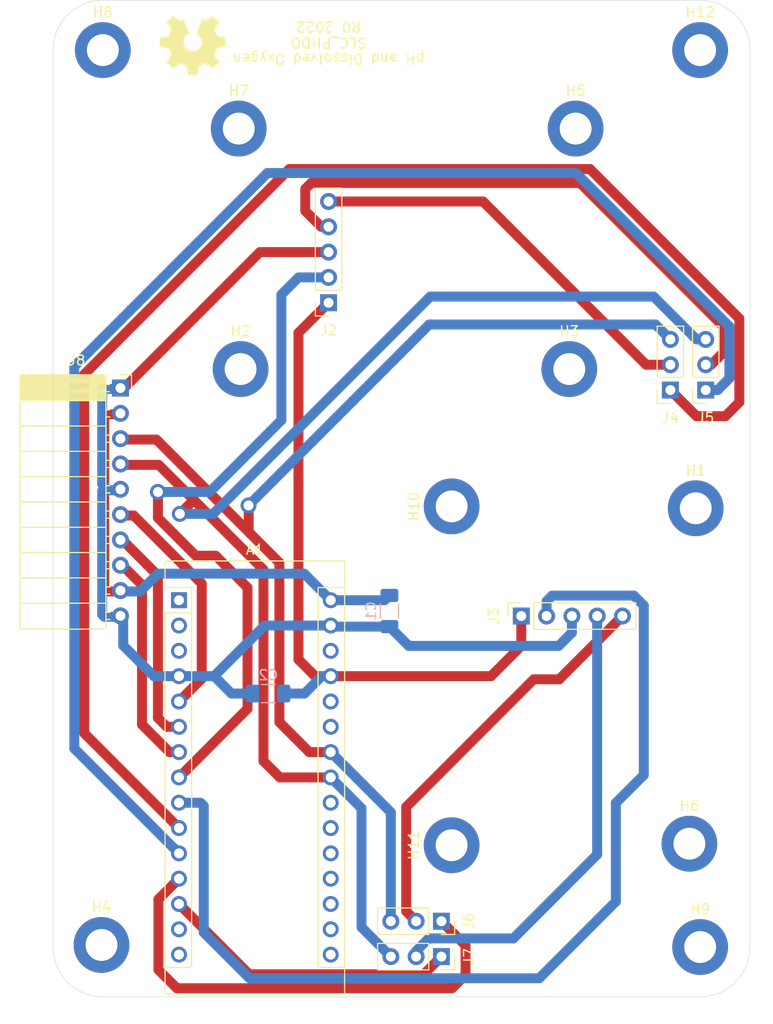
<source format=kicad_pcb>
(kicad_pcb (version 20221018) (generator pcbnew)
  (layers (0 "F.Cu" signal) (31 "B.Cu" signal) (34 "B.Paste" user) (35 "F.Paste" user) (36 "B.SilkS" user "B.Silkscreen") (37 "F.SilkS" user "F.Silkscreen") (38 "B.Mask" user) (39 "F.Mask" user) (44 "Edge.Cuts" user))
  (net 0 "")
  (net 4 "GND")
  (net 5 "/E_STOP")
  (net 6 "/INT")
  (net 7 "/SYNC")
  (net 8 "/RX1")
  (net 9 "/TX1")
  (net 10 "/RX2")
  (net 11 "/TX2")
  (net 21 "/I2C_DAT")
  (net 22 "/I2C_CLK")
  (net 25 "+5V")
  (net 27 "+12V")
  (net 28 "/OFFO2")
  (net 29 "/OFFpH")
  (net 30 "/TX1{slash}SDA")
  (net 31 "/RX1{slash}SCL")
  (net 32 "/TX2{slash}SDA")
  (net 33 "/RX2{slash}SCL")
  (net 34 "/PHDO/E_STOP")
  (net 35 "/PHDO/INT")
  (net 36 "/PHDO/SYNC")
  (net 37 "/PHDO/I2C_DAT")
  (net 38 "/PHDO/I2C_CLK")
  (footprint "MountingHole:MountingHole_3.2mm_M3_DIN965_Pad" (layer "F.Cu") (at 160.02 91.44)
    (fp_text reference "H1" (at 0 -3.8) (layer "F.SilkS"))
    (fp_text value "MountingHole")
    (pad "1" thru_hole circle (at 0 0) (size 5.6 5.6) (drill 3.2) (layers "*.Cu" "*.Mask"))
  )
  (footprint "Connector_PinSocket_2.54mm:PinSocket_1x03_P2.54mm_Vertical" (layer "F.Cu") (at 134.475 136.425 -90)
    (fp_text reference "J7" (at 0 -2.77 90) (layer "F.SilkS"))
    (fp_text value "Conn_01x03_Male")
    (fp_line (start -1.33 1.27) (end -1.33 6.41) (stroke (width 0.12)) (layer "F.SilkS"))
    (fp_line (start -1.33 1.27) (end 1.33 1.27) (stroke (width 0.12)) (layer "F.SilkS"))
    (fp_line (start -1.33 6.41) (end 1.33 6.41) (stroke (width 0.12)) (layer "F.SilkS"))
    (fp_line (start 0 -1.33) (end 1.33 -1.33) (stroke (width 0.12)) (layer "F.SilkS"))
    (fp_line (start 1.33 -1.33) (end 1.33 0) (stroke (width 0.12)) (layer "F.SilkS"))
    (fp_line (start 1.33 1.27) (end 1.33 6.41) (stroke (width 0.12)) (layer "F.SilkS"))
    (pad "1" thru_hole rect (at 0 0 270) (size 1.7 1.7) (drill 1) (layers "*.Cu" "*.Mask") (net 11 "/TX2"))
    (pad "2" thru_hole oval (at 0 2.54 270) (size 1.7 1.7) (drill 1) (layers "*.Cu" "*.Mask") (net 32 "/TX2{slash}SDA"))
    (pad "3" thru_hole oval (at 0 5.08 270) (size 1.7 1.7) (drill 1) (layers "*.Cu" "*.Mask") (net 21 "/I2C_DAT"))
  )
  (footprint "Connector_PinSocket_2.54mm:PinSocket_1x05_P2.54mm_Vertical" (layer "F.Cu") (at 142.5 102.25 90)
    (fp_text reference "J3" (at 0 -2.77 90) (layer "F.SilkS"))
    (fp_text value "Conn_01x05_Female")
    (fp_line (start -1.33 1.27) (end -1.33 11.49) (stroke (width 0.12)) (layer "F.SilkS"))
    (fp_line (start -1.33 1.27) (end 1.33 1.27) (stroke (width 0.12)) (layer "F.SilkS"))
    (fp_line (start -1.33 11.49) (end 1.33 11.49) (stroke (width 0.12)) (layer "F.SilkS"))
    (fp_line (start 0 -1.33) (end 1.33 -1.33) (stroke (width 0.12)) (layer "F.SilkS"))
    (fp_line (start 1.33 -1.33) (end 1.33 0) (stroke (width 0.12)) (layer "F.SilkS"))
    (fp_line (start 1.33 1.27) (end 1.33 11.49) (stroke (width 0.12)) (layer "F.SilkS"))
    (pad "1" thru_hole rect (at 0 0 90) (size 1.7 1.7) (drill 1) (layers "*.Cu" "*.Mask") (net 25 "+5V"))
    (pad "2" thru_hole oval (at 0 2.54 90) (size 1.7 1.7) (drill 1) (layers "*.Cu" "*.Mask") (net 29 "/OFFpH"))
    (pad "3" thru_hole oval (at 0 5.08 90) (size 1.7 1.7) (drill 1) (layers "*.Cu" "*.Mask") (net 4 "GND"))
    (pad "4" thru_hole oval (at 0 7.62 90) (size 1.7 1.7) (drill 1) (layers "*.Cu" "*.Mask") (net 32 "/TX2{slash}SDA"))
    (pad "5" thru_hole oval (at 0 10.16 90) (size 1.7 1.7) (drill 1) (layers "*.Cu" "*.Mask") (net 33 "/RX2{slash}SCL"))
  )
  (footprint "Connector_PinSocket_2.54mm:PinSocket_1x03_P2.54mm_Vertical" (layer "F.Cu") (at 134.475 132.875 -90)
    (fp_text reference "J6" (at 0 -2.77 90) (layer "F.SilkS"))
    (fp_text value "Conn_01x03_Male")
    (fp_line (start -1.33 1.27) (end -1.33 6.41) (stroke (width 0.12)) (layer "F.SilkS"))
    (fp_line (start -1.33 1.27) (end 1.33 1.27) (stroke (width 0.12)) (layer "F.SilkS"))
    (fp_line (start -1.33 6.41) (end 1.33 6.41) (stroke (width 0.12)) (layer "F.SilkS"))
    (fp_line (start 0 -1.33) (end 1.33 -1.33) (stroke (width 0.12)) (layer "F.SilkS"))
    (fp_line (start 1.33 -1.33) (end 1.33 0) (stroke (width 0.12)) (layer "F.SilkS"))
    (fp_line (start 1.33 1.27) (end 1.33 6.41) (stroke (width 0.12)) (layer "F.SilkS"))
    (pad "1" thru_hole rect (at 0 0 270) (size 1.7 1.7) (drill 1) (layers "*.Cu" "*.Mask") (net 10 "/RX2"))
    (pad "2" thru_hole oval (at 0 2.54 270) (size 1.7 1.7) (drill 1) (layers "*.Cu" "*.Mask") (net 33 "/RX2{slash}SCL"))
    (pad "3" thru_hole oval (at 0 5.08 270) (size 1.7 1.7) (drill 1) (layers "*.Cu" "*.Mask") (net 22 "/I2C_CLK"))
  )
  (footprint "MountingHole:MountingHole_3.2mm_M3_DIN965_Pad" (layer "F.Cu") (at 159.385 125.095)
    (fp_text reference "H6" (at 0 -3.8) (layer "F.SilkS"))
    (fp_text value "MountingHole")
    (pad "1" thru_hole circle (at 0 0) (size 5.6 5.6) (drill 3.2) (layers "*.Cu" "*.Mask"))
  )
  (footprint "Connector_PinSocket_2.54mm:PinSocket_1x05_P2.54mm_Vertical" (layer "F.Cu") (at 123.139466 70.814466 180)
    (fp_text reference "J2" (at 0 -2.77) (layer "F.SilkS"))
    (fp_text value "Conn_01x05_Female")
    (fp_line (start -1.33 1.27) (end -1.33 11.49) (stroke (width 0.12)) (layer "F.SilkS"))
    (fp_line (start -1.33 1.27) (end 1.33 1.27) (stroke (width 0.12)) (layer "F.SilkS"))
    (fp_line (start -1.33 11.49) (end 1.33 11.49) (stroke (width 0.12)) (layer "F.SilkS"))
    (fp_line (start 0 -1.33) (end 1.33 -1.33) (stroke (width 0.12)) (layer "F.SilkS"))
    (fp_line (start 1.33 -1.33) (end 1.33 0) (stroke (width 0.12)) (layer "F.SilkS"))
    (fp_line (start 1.33 1.27) (end 1.33 11.49) (stroke (width 0.12)) (layer "F.SilkS"))
    (pad "1" thru_hole rect (at 0 0 180) (size 1.7 1.7) (drill 1) (layers "*.Cu" "*.Mask") (net 25 "+5V"))
    (pad "2" thru_hole oval (at 0 2.54 180) (size 1.7 1.7) (drill 1) (layers "*.Cu" "*.Mask") (net 28 "/OFFO2"))
    (pad "3" thru_hole oval (at 0 5.08 180) (size 1.7 1.7) (drill 1) (layers "*.Cu" "*.Mask") (net 4 "GND"))
    (pad "4" thru_hole oval (at 0 7.62 180) (size 1.7 1.7) (drill 1) (layers "*.Cu" "*.Mask") (net 30 "/TX1{slash}SDA"))
    (pad "5" thru_hole oval (at 0 10.16 180) (size 1.7 1.7) (drill 1) (layers "*.Cu" "*.Mask") (net 31 "/RX1{slash}SCL"))
  )
  (footprint "MountingHole:MountingHole_3.2mm_M3_DIN965_Pad" (layer "F.Cu") (at 147.955 53.34)
    (fp_text reference "H5" (at 0 -3.8) (layer "F.SilkS"))
    (fp_text value "MountingHole")
    (pad "1" thru_hole circle (at 0 0) (size 5.6 5.6) (drill 3.2) (layers "*.Cu" "*.Mask"))
  )
  (footprint "Connector_PinSocket_2.54mm:PinSocket_1x10_P2.54mm_Horizontal" (layer "F.Cu") (at 102.235 79.375)
    (fp_text reference "J8" (at -4.38 -2.77) (layer "F.SilkS"))
    (fp_text value "Conn_01x10_Female")
    (fp_line (start -10.09 -1.33) (end -10.09 24.19) (stroke (width 0.12)) (layer "F.SilkS"))
    (fp_line (start -10.09 -1.33) (end -1.46 -1.33) (stroke (width 0.12)) (layer "F.SilkS"))
    (fp_line (start -10.09 -1.21) (end -1.46 -1.21) (stroke (width 0.12)) (layer "F.SilkS"))
    (fp_line (start -10.09 -1.091905) (end -1.46 -1.091905) (stroke (width 0.12)) (layer "F.SilkS"))
    (fp_line (start -10.09 -0.97381) (end -1.46 -0.97381) (stroke (width 0.12)) (layer "F.SilkS"))
    (fp_line (start -10.09 -0.855715) (end -1.46 -0.855715) (stroke (width 0.12)) (layer "F.SilkS"))
    (fp_line (start -10.09 -0.73762) (end -1.46 -0.73762) (stroke (width 0.12)) (layer "F.SilkS"))
    (fp_line (start -10.09 -0.619525) (end -1.46 -0.619525) (stroke (width 0.12)) (layer "F.SilkS"))
    (fp_line (start -10.09 -0.50143) (end -1.46 -0.50143) (stroke (width 0.12)) (layer "F.SilkS"))
    (fp_line (start -10.09 -0.383335) (end -1.46 -0.383335) (stroke (width 0.12)) (layer "F.SilkS"))
    (fp_line (start -10.09 -0.26524) (end -1.46 -0.26524) (stroke (width 0.12)) (layer "F.SilkS"))
    (fp_line (start -10.09 -0.147145) (end -1.46 -0.147145) (stroke (width 0.12)) (layer "F.SilkS"))
    (fp_line (start -10.09 -0.02905) (end -1.46 -0.02905) (stroke (width 0.12)) (layer "F.SilkS"))
    (fp_line (start -10.09 0.089045) (end -1.46 0.089045) (stroke (width 0.12)) (layer "F.SilkS"))
    (fp_line (start -10.09 0.20714) (end -1.46 0.20714) (stroke (width 0.12)) (layer "F.SilkS"))
    (fp_line (start -10.09 0.325235) (end -1.46 0.325235) (stroke (width 0.12)) (layer "F.SilkS"))
    (fp_line (start -10.09 0.44333) (end -1.46 0.44333) (stroke (width 0.12)) (layer "F.SilkS"))
    (fp_line (start -10.09 0.561425) (end -1.46 0.561425) (stroke (width 0.12)) (layer "F.SilkS"))
    (fp_line (start -10.09 0.67952) (end -1.46 0.67952) (stroke (width 0.12)) (layer "F.SilkS"))
    (fp_line (start -10.09 0.797615) (end -1.46 0.797615) (stroke (width 0.12)) (layer "F.SilkS"))
    (fp_line (start -10.09 0.91571) (end -1.46 0.91571) (stroke (width 0.12)) (layer "F.SilkS"))
    (fp_line (start -10.09 1.033805) (end -1.46 1.033805) (stroke (width 0.12)) (layer "F.SilkS"))
    (fp_line (start -10.09 1.1519) (end -1.46 1.1519) (stroke (width 0.12)) (layer "F.SilkS"))
    (fp_line (start -10.09 1.27) (end -1.46 1.27) (stroke (width 0.12)) (layer "F.SilkS"))
    (fp_line (start -10.09 3.81) (end -1.46 3.81) (stroke (width 0.12)) (layer "F.SilkS"))
    (fp_line (start -10.09 6.35) (end -1.46 6.35) (stroke (width 0.12)) (layer "F.SilkS"))
    (fp_line (start -10.09 8.89) (end -1.46 8.89) (stroke (width 0.12)) (layer "F.SilkS"))
    (fp_line (start -10.09 11.43) (end -1.46 11.43) (stroke (width 0.12)) (layer "F.SilkS"))
    (fp_line (start -10.09 13.97) (end -1.46 13.97) (stroke (width 0.12)) (layer "F.SilkS"))
    (fp_line (start -10.09 16.51) (end -1.46 16.51) (stroke (width 0.12)) (layer "F.SilkS"))
    (fp_line (start -10.09 19.05) (end -1.46 19.05) (stroke (width 0.12)) (layer "F.SilkS"))
    (fp_line (start -10.09 21.59) (end -1.46 21.59) (stroke (width 0.12)) (layer "F.SilkS"))
    (fp_line (start -10.09 24.19) (end -1.46 24.19) (stroke (width 0.12)) (layer "F.SilkS"))
    (fp_line (start -1.46 -1.33) (end -1.46 24.19) (stroke (width 0.12)) (layer "F.SilkS"))
    (fp_line (start -1.46 -0.36) (end -1.11 -0.36) (stroke (width 0.12)) (layer "F.SilkS"))
    (fp_line (start -1.46 0.36) (end -1.11 0.36) (stroke (width 0.12)) (layer "F.SilkS"))
    (fp_line (start -1.46 2.18) (end -1.05 2.18) (stroke (width 0.12)) (layer "F.SilkS"))
    (fp_line (start -1.46 2.9) (end -1.05 2.9) (stroke (width 0.12)) (layer "F.SilkS"))
    (fp_line (start -1.46 4.72) (end -1.05 4.72) (stroke (width 0.12)) (layer "F.SilkS"))
    (fp_line (start -1.46 5.44) (end -1.05 5.44) (stroke (width 0.12)) (layer "F.SilkS"))
    (fp_line (start -1.46 7.26) (end -1.05 7.26) (stroke (width 0.12)) (layer "F.SilkS"))
    (fp_line (start -1.46 7.98) (end -1.05 7.98) (stroke (width 0.12)) (layer "F.SilkS"))
    (fp_line (start -1.46 9.8) (end -1.05 9.8) (stroke (width 0.12)) (layer "F.SilkS"))
    (fp_line (start -1.46 10.52) (end -1.05 10.52) (stroke (width 0.12)) (layer "F.SilkS"))
    (fp_line (start -1.46 12.34) (end -1.05 12.34) (stroke (width 0.12)) (layer "F.SilkS"))
    (fp_line (start -1.46 13.06) (end -1.05 13.06) (stroke (width 0.12)) (layer "F.SilkS"))
    (fp_line (start -1.46 14.88) (end -1.05 14.88) (stroke (width 0.12)) (layer "F.SilkS"))
    (fp_line (start -1.46 15.6) (end -1.05 15.6) (stroke (width 0.12)) (layer "F.SilkS"))
    (fp_line (start -1.46 17.42) (end -1.05 17.42) (stroke (width 0.12)) (layer "F.SilkS"))
    (fp_line (start -1.46 18.14) (end -1.05 18.14) (stroke (width 0.12)) (layer "F.SilkS"))
    (fp_line (start -1.46 19.96) (end -1.05 19.96) (stroke (width 0.12)) (layer "F.SilkS"))
    (fp_line (start -1.46 20.68) (end -1.05 20.68) (stroke (width 0.12)) (layer "F.SilkS"))
    (fp_line (start -1.46 22.5) (end -1.05 22.5) (stroke (width 0.12)) (layer "F.SilkS"))
    (fp_line (start -1.46 23.22) (end -1.05 23.22) (stroke (width 0.12)) (layer "F.SilkS"))
    (fp_line (start 0 -1.33) (end 1.11 -1.33) (stroke (width 0.12)) (layer "F.SilkS"))
    (fp_line (start 1.11 -1.33) (end 1.11 0) (stroke (width 0.12)) (layer "F.SilkS"))
    (pad "1" thru_hole rect (at 0 0) (size 1.7 1.7) (drill 1) (layers "*.Cu" "*.Mask") (net 4 "GND"))
    (pad "2" thru_hole oval (at 0 2.54) (size 1.7 1.7) (drill 1) (layers "*.Cu" "*.Mask") (net 27 "+12V"))
    (pad "3" thru_hole oval (at 0 5.08) (size 1.7 1.7) (drill 1) (layers "*.Cu" "*.Mask") (net 38 "/PHDO/I2C_CLK"))
    (pad "4" thru_hole oval (at 0 7.62) (size 1.7 1.7) (drill 1) (layers "*.Cu" "*.Mask") (net 37 "/PHDO/I2C_DAT"))
    (pad "5" thru_hole oval (at 0 10.16) (size 1.7 1.7) (drill 1) (layers "*.Cu" "*.Mask") (net 4 "GND"))
    (pad "6" thru_hole oval (at 0 12.7) (size 1.7 1.7) (drill 1) (layers "*.Cu" "*.Mask") (net 34 "/PHDO/E_STOP"))
    (pad "7" thru_hole oval (at 0 15.24) (size 1.7 1.7) (drill 1) (layers "*.Cu" "*.Mask") (net 35 "/PHDO/INT"))
    (pad "8" thru_hole oval (at 0 17.78) (size 1.7 1.7) (drill 1) (layers "*.Cu" "*.Mask") (net 36 "/PHDO/SYNC"))
    (pad "9" thru_hole oval (at 0 20.32) (size 1.7 1.7) (drill 1) (layers "*.Cu" "*.Mask") (net 27 "+12V"))
    (pad "10" thru_hole oval (at 0 22.86) (size 1.7 1.7) (drill 1) (layers "*.Cu" "*.Mask") (net 4 "GND"))
  )
  (footprint "MountingHole:MountingHole_3.2mm_M3_DIN965_Pad" (layer "F.Cu") (at 160.464466 45.464466)
    (fp_text reference "H12" (at 0 -3.8) (layer "F.SilkS"))
    (fp_text value "MountingHole")
    (pad "1" thru_hole circle (at 0 0) (size 5.6 5.6) (drill 3.2) (layers "*.Cu" "*.Mask"))
  )
  (footprint "Connector_PinSocket_2.54mm:PinSocket_1x03_P2.54mm_Vertical" (layer "F.Cu") (at 161.025 79.575 180)
    (fp_text reference "J5" (at 0 -2.77) (layer "F.SilkS"))
    (fp_text value "Conn_01x03_Male")
    (fp_line (start -1.33 1.27) (end -1.33 6.41) (stroke (width 0.12)) (layer "F.SilkS"))
    (fp_line (start -1.33 1.27) (end 1.33 1.27) (stroke (width 0.12)) (layer "F.SilkS"))
    (fp_line (start -1.33 6.41) (end 1.33 6.41) (stroke (width 0.12)) (layer "F.SilkS"))
    (fp_line (start 0 -1.33) (end 1.33 -1.33) (stroke (width 0.12)) (layer "F.SilkS"))
    (fp_line (start 1.33 -1.33) (end 1.33 0) (stroke (width 0.12)) (layer "F.SilkS"))
    (fp_line (start 1.33 1.27) (end 1.33 6.41) (stroke (width 0.12)) (layer "F.SilkS"))
    (pad "1" thru_hole rect (at 0 0 180) (size 1.7 1.7) (drill 1) (layers "*.Cu" "*.Mask") (net 9 "/TX1"))
    (pad "2" thru_hole oval (at 0 2.54 180) (size 1.7 1.7) (drill 1) (layers "*.Cu" "*.Mask") (net 30 "/TX1{slash}SDA"))
    (pad "3" thru_hole oval (at 0 5.08 180) (size 1.7 1.7) (drill 1) (layers "*.Cu" "*.Mask") (net 21 "/I2C_DAT"))
  )
  (footprint "Symbol:OSHW-Symbol_6.7x6mm_SilkScreen" (layer "F.Cu") (at 109.515 44.979 180)
    (fp_text reference "Logo1" hide)
    (fp_text value "Logo_Open_Hardware_Small" hide)
    (fp_poly (pts (xy 0.555814 -2.531069) (xy 0.639635 -2.086445) (xy 0.94892 -1.958947) (xy 1.258206 -1.831449) (xy 1.629246 -2.083754) (xy 1.733157 -2.154004) (xy 1.827087 -2.216728) (xy 1.906652 -2.269062) (xy 1.96747 -2.308143) (xy 2.005157 -2.331107) (xy 2.015421 -2.336058) (xy 2.03391 -2.323324) (xy 2.07342 -2.288118) (xy 2.129522 -2.234938) (xy 2.197787 -2.168282) (xy 2.273786 -2.092646) (xy 2.353092 -2.012528) (xy 2.431275 -1.932426) (xy 2.503907 -1.856836) (xy 2.566559 -1.790255) (xy 2.614803 -1.737182) (xy 2.64421 -1.702113) (xy 2.651241 -1.690377) (xy 2.641123 -1.66874) (xy 2.612759 -1.621338) (xy 2.569129 -1.552807) (xy 2.513218 -1.467785) (xy 2.448006 -1.370907) (xy 2.410219 -1.31565) (xy 2.341343 -1.214752) (xy 2.28014 -1.123701) (xy 2.229578 -1.04703) (xy 2.192628 -0.989272) (xy 2.172258 -0.954957) (xy 2.169197 -0.947746) (xy 2.176136 -0.927252) (xy 2.195051 -0.879487) (xy 2.223087 -0.811168) (xy 2.257391 -0.729011) (xy 2.295109 -0.63973) (xy 2.333387 -0.550042) (xy 2.36937 -0.466662) (xy 2.400206 -0.396306) (xy 2.423039 -0.34569) (xy 2.435017 -0.321529) (xy 2.435724 -0.320578) (xy 2.454531 -0.315964) (xy 2.504618 -0.305672) (xy 2.580793 -0.290713) (xy 2.677865 -0.272099) (xy 2.790643 -0.250841) (xy 2.856442 -0.238582) (xy 2.97695 -0.215638) (xy 3.085797 -0.193805) (xy 3.177476 -0.174278) (xy 3.246481 -0.158252) (xy 3.287304 -0.146921) (xy 3.295511 -0.143326) (xy 3.303548 -0.118994) (xy 3.310033 -0.064041) (xy 3.31497 0.015108) (xy 3.318364 0.112026) (xy 3.320218 0.220287) (xy 3.320538 0.333465) (xy 3.319327 0.445135) (xy 3.31659 0.548868) (xy 3.312331 0.638241) (xy 3.306555 0.706826) (xy 3.299267 0.748197) (xy 3.294895 0.75681) (xy 3.268764 0.767133) (xy 3.213393 0.781892) (xy 3.136107 0.799352) (xy 3.04423 0.81778) (xy 3.012158 0.823741) (xy 2.857524 0.852066) (xy 2.735375 0.874876) (xy 2.641673 0.89308) (xy 2.572384 0.907583) (xy 2.523471 0.919292) (xy 2.490897 0.929115) (xy 2.470628 0.937956) (xy 2.458626 0.946724) (xy 2.456947 0.948457) (xy 2.440184 0.976371) (xy 2.414614 1.030695) (xy 2.382788 1.104777) (xy 2.34726 1.191965) (xy 2.310583 1.285608) (xy 2.275311 1.379052) (xy 2.243996 1.465647) (xy 2.219193 1.53874) (xy 2.203454 1.591678) (xy 2.199332 1.617811) (xy 2.199676 1.618726) (xy 2.213641 1.640086) (xy 2.245322 1.687084) (xy 2.291391 1.754827) (xy 2.348518 1.838423) (xy 2.413373 1.932982) (xy 2.431843 1.959854) (xy 2.497699 2.057275) (xy 2.55565 2.146163) (xy 2.602538 2.221412) (xy 2.635207 2.27792) (xy 2.6505 2.310581) (xy 2.651241 2.314593) (xy 2.638392 2.335684) (xy 2.602888 2.377464) (xy 2.549293 2.435445) (xy 2.482171 2.505135) (xy 2.406087 2.582045) (xy 2.325604 2.661683) (xy 2.245287 2.739561) (xy 2.169699 2.811186) (xy 2.103405 2.87207) (xy 2.050969 2.917721) (xy 2.016955 2.94365) (xy 2.007545 2.947883) (xy 1.985643 2.937912) (xy 1.9408 2.91102) (xy 1.880321 2.871736) (xy 1.833789 2.840117) (xy 1.749475 2.782098) (xy 1.649626 2.713784) (xy 1.549473 2.645579) (xy 1.495627 2.609075) (xy 1.313371 2.4858) (xy 1.160381 2.56852) (xy 1.090682 2.604759) (xy 1.031414 2.632926) (xy 0.991311 2.648991) (xy 0.981103 2.651226) (xy 0.968829 2.634722) (xy 0.944613 2.588082) (xy 0.910263 2.515609) (xy 0.867588 2.421606) (xy 0.818394 2.310374) (xy 0.76449 2.186215) (xy 0.707684 2.053432) (xy 0.649782 1.916327) (xy 0.592593 1.779202) (xy 0.537924 1.646358) (xy 0.487584 1.522098) (xy 0.44338 1.410725) (xy 0.407119 1.316539) (xy 0.380609 1.243844) (xy 0.365658 1.196941) (xy 0.363254 1.180833) (xy 0.382311 1.160286) (xy 0.424036 1.126933) (xy 0.479706 1.087702) (xy 0.484378 1.084599) (xy 0.628264 0.969423) (xy 0.744283 0.835053) (xy 0.83143 0.685784) (xy 0.888699 0.525913) (xy 0.915086 0.359737) (xy 0.909585 0.191552) (xy 0.87119 0.025655) (xy 0.798895 -0.133658) (xy 0.777626 -0.168513) (xy 0.666996 -0.309263) (xy 0.536302 -0.422286) (xy 0.390064 -0.506997) (xy 0.232808 -0.562806) (xy 0.069057 -0.589126) (xy -0.096667 -0.58537) (xy -0.259838 -0.55095) (xy -0.415935 -0.485277) (xy -0.560433 -0.387765) (xy -0.605131 -0.348187) (xy -0.718888 -0.224297) (xy -0.801782 -0.093876) (xy -0.858644 0.052315) (xy -0.890313 0.197088) (xy -0.898131 0.35986) (xy -0.872062 0.52344) (xy -0.814755 0.682298) (xy -0.728856 0.830906) (xy -0.617014 0.963735) (xy -0.481877 1.075256) (xy -0.464117 1.087011) (xy -0.40785 1.125508) (xy -0.365077 1.158863) (xy -0.344628 1.18016) (xy -0.344331 1.180833) (xy -0.348721 1.203871) (xy -0.366124 1.256157) (xy -0.394732 1.33339) (xy -0.432735 1.431268) (xy -0.478326 1.545491) (xy -0.529697 1.671758) (xy -0.585038 1.805767) (xy -0.642542 1.943218) (xy -0.700399 2.079808) (xy -0.756802 2.211237) (xy -0.809942 2.333205) (xy -0.85801 2.441409) (xy -0.899199 2.531549) (xy -0.931699 2.599323) (xy -0.953703 2.64043) (xy -0.962564 2.651226) (xy -0.98964 2.642819) (xy -1.040303 2.620272) (xy -1.105817 2.587613) (xy -1.141841 2.56852) (xy -1.294832 2.4858) (xy -1.477088 2.609075) (xy -1.570125 2.672228) (xy -1.671985 2.741727) (xy -1.767438 2.807165) (xy -1.81525 2.840117) (xy -1.882495 2.885273) (xy -1.939436 2.921057) (xy -1.978646 2.942938) (xy -1.991381 2.947563) (xy -2.009917 2.935085) (xy -2.050941 2.900252) (xy -2.110475 2.846678) (xy -2.184542 2.777983) (xy -2.269165 2.697781) (xy -2.322685 2.646286) (xy -2.416319 2.554286) (xy -2.497241 2.471999) (xy -2.562177 2.402945) (xy -2.607858 2.350644) (xy -2.631011 2.318616) (xy -2.633232 2.312116) (xy -2.622924 2.287394) (xy -2.594439 2.237405) (xy -2.550937 2.167212) (xy -2.495577 2.081875) (xy -2.43152 1.986456) (xy -2.413303 1.959854) (xy -2.346927 1.863167) (xy -2.287378 1.776117) (xy -2.237984 1.703595) (xy -2.202075 1.650493) (xy -2.182981 1.621703) (xy -2.181136 1.618726) (xy -2.183895 1.595782) (xy -2.198538 1.545336) (xy -2.222513 1.474041) (xy -2.253266 1.388547) (xy -2.288244 1.295507) (xy -2.324893 1.201574) (xy -2.360661 1.113399) (xy -2.392994 1.037634) (xy -2.419338 0.980931) (xy -2.437142 0.949943) (xy -2.438407 0.948457) (xy -2.449294 0.939601) (xy -2.467682 0.930843) (xy -2.497606 0.921277) (xy -2.543103 0.909996) (xy -2.608209 0.896093) (xy -2.696961 0.878663) (xy -2.813393 0.856798) (xy -2.961542 0.829591) (xy -2.993618 0.823741) (xy -3.088686 0.805374) (xy -3.171565 0.787405) (xy -3.23493 0.771569) (xy -3.271458 0.7596) (xy -3.276356 0.75681) (xy -3.284427 0.732072) (xy -3.290987 0.67679) (xy -3.296033 0.597389) (xy -3.299559 0.500296) (xy -3.301561 0.391938) (xy -3.302036 0.27874) (xy -3.300977 0.167128) (xy -3.298382 0.063529) (xy -3.294246 -0.025632) (xy -3.288563 -0.093928) (xy -3.281331 -0.134934) (xy -3.276971 -0.143326) (xy -3.252698 -0.151792) (xy -3.197426 -0.165565) (xy -3.116662 -0.18345) (xy -3.015912 -0.204252) (xy -2.900683 -0.226777) (xy -2.837902 -0.238582) (xy -2.718787 -0.260849) (xy -2.612565 -0.281021) (xy -2.524427 -0.298085) (xy -2.459566 -0.311031) (xy -2.423174 -0.318845) (xy -2.417184 -0.320578) (xy -2.407061 -0.34011) (xy -2.385662 -0.387157) (xy -2.355839 -0.454997) (xy -2.320445 -0.536909) (xy -2.282332 -0.626172) (xy -2.244353 -0.716065) (xy -2.20936 -0.799865) (xy -2.180206 -0.870853) (xy -2.159743 -0.922306) (xy -2.150823 -0.947503) (xy -2.150657 -0.948604) (xy -2.160769 -0.968481) (xy -2.189117 -1.014223) (xy -2.232723 -1.081283) (xy -2.288606 -1.165116) (xy -2.353787 -1.261174) (xy -2.391679 -1.31635) (xy -2.460725 -1.417519) (xy -2.52205 -1.50937) (xy -2.572663 -1.587256) (xy -2.609571 -1.646531) (xy -2.629782 -1.682549) (xy -2.632701 -1.690623) (xy -2.620153 -1.709416) (xy -2.585463 -1.749543) (xy -2.533063 -1.806507) (xy -2.467384 -1.875815) (xy -2.392856 -1.952969) (xy -2.313913 -2.033475) (xy -2.234983 -2.112837) (xy -2.1605 -2.18656) (xy -2.094894 -2.250148) (xy -2.042596 -2.299106) (xy -2.008039 -2.328939) (xy -1.996478 -2.336058) (xy -1.977654 -2.326047) (xy -1.932631 -2.297922) (xy -1.865787 -2.254546) (xy -1.781499 -2.198782) (xy -1.684144 -2.133494) (xy -1.610707 -2.083754) (xy -1.239667 -1.831449) (xy -0.621095 -2.086445) (xy -0.537275 -2.531069) (xy -0.453454 -2.975693) (xy 0.471994 -2.975693) (xy 0.555814 -2.531069)) (stroke (width 0.01)) (fill solid) (layer "F.SilkS"))
  )
  (footprint "MountingHole:MountingHole_3.2mm_M3_DIN965_Pad" (layer "F.Cu") (at 100.464466 45.464466)
    (fp_text reference "H8" (at 0 -3.8) (layer "F.SilkS"))
    (fp_text value "MountingHole")
    (pad "1" thru_hole circle (at 0 0) (size 5.6 5.6) (drill 3.2) (layers "*.Cu" "*.Mask"))
  )
  (footprint "MountingHole:MountingHole_3.2mm_M3_DIN965_Pad" (layer "F.Cu") (at 160.464466 135.464466)
    (fp_text reference "H9" (at 0 -3.8) (layer "F.SilkS"))
    (fp_text value "MountingHole")
    (pad "1" thru_hole circle (at 0 0) (size 5.6 5.6) (drill 3.2) (layers "*.Cu" "*.Mask"))
  )
  (footprint "MountingHole:MountingHole_3.2mm_M3_DIN965_Pad" (layer "F.Cu") (at 135.5 125.25 90)
    (fp_text reference "H11" (at 0 -3.8 90) (layer "F.SilkS"))
    (fp_text value "MountingHole")
    (pad "1" thru_hole circle (at 0 0 90) (size 5.6 5.6) (drill 3.2) (layers "*.Cu" "*.Mask"))
  )
  (footprint "Connector_PinSocket_2.54mm:PinSocket_1x03_P2.54mm_Vertical" (layer "F.Cu") (at 157.475 79.575 180)
    (fp_text reference "J4" (at 0 -2.77) (layer "F.SilkS"))
    (fp_text value "Conn_01x03_Male")
    (fp_line (start -1.33 1.27) (end -1.33 6.41) (stroke (width 0.12)) (layer "F.SilkS"))
    (fp_line (start -1.33 1.27) (end 1.33 1.27) (stroke (width 0.12)) (layer "F.SilkS"))
    (fp_line (start -1.33 6.41) (end 1.33 6.41) (stroke (width 0.12)) (layer "F.SilkS"))
    (fp_line (start 0 -1.33) (end 1.33 -1.33) (stroke (width 0.12)) (layer "F.SilkS"))
    (fp_line (start 1.33 -1.33) (end 1.33 0) (stroke (width 0.12)) (layer "F.SilkS"))
    (fp_line (start 1.33 1.27) (end 1.33 6.41) (stroke (width 0.12)) (layer "F.SilkS"))
    (pad "1" thru_hole rect (at 0 0 180) (size 1.7 1.7) (drill 1) (layers "*.Cu" "*.Mask") (net 8 "/RX1"))
    (pad "2" thru_hole oval (at 0 2.54 180) (size 1.7 1.7) (drill 1) (layers "*.Cu" "*.Mask") (net 31 "/RX1{slash}SCL"))
    (pad "3" thru_hole oval (at 0 5.08 180) (size 1.7 1.7) (drill 1) (layers "*.Cu" "*.Mask") (net 22 "/I2C_CLK"))
  )
  (footprint "MountingHole:MountingHole_3.2mm_M3_DIN965_Pad" (layer "F.Cu") (at 100.33 135.255)
    (fp_text reference "H4" (at 0 -3.8) (layer "F.SilkS"))
    (fp_text value "MountingHole")
    (pad "1" thru_hole circle (at 0 0) (size 5.6 5.6) (drill 3.2) (layers "*.Cu" "*.Mask"))
  )
  (footprint "Module:Arduino_Nano" (layer "F.Cu") (at 108.114466 100.664466)
    (fp_text reference "A1" (at 7.62 -5.08) (layer "F.SilkS"))
    (fp_text value "Arduino_Nano_v3.x")
    (fp_line (start -1.4 -3.94) (end -1.4 -1.27) (stroke (width 0.12)) (layer "F.SilkS"))
    (fp_line (start -1.4 1.27) (end -1.4 39.5) (stroke (width 0.12)) (layer "F.SilkS"))
    (fp_line (start -1.4 39.5) (end 16.64 39.5) (stroke (width 0.12)) (layer "F.SilkS"))
    (fp_line (start 1.27 -1.27) (end -1.4 -1.27) (stroke (width 0.12)) (layer "F.SilkS"))
    (fp_line (start 1.27 1.27) (end -1.4 1.27) (stroke (width 0.12)) (layer "F.SilkS"))
    (fp_line (start 1.27 1.27) (end 1.27 -1.27) (stroke (width 0.12)) (layer "F.SilkS"))
    (fp_line (start 1.27 1.27) (end 1.27 36.83) (stroke (width 0.12)) (layer "F.SilkS"))
    (fp_line (start 1.27 36.83) (end -1.4 36.83) (stroke (width 0.12)) (layer "F.SilkS"))
    (fp_line (start 13.97 -1.27) (end 13.97 36.83) (stroke (width 0.12)) (layer "F.SilkS"))
    (fp_line (start 13.97 -1.27) (end 16.64 -1.27) (stroke (width 0.12)) (layer "F.SilkS"))
    (fp_line (start 13.97 36.83) (end 16.64 36.83) (stroke (width 0.12)) (layer "F.SilkS"))
    (fp_line (start 16.64 -3.94) (end -1.4 -3.94) (stroke (width 0.12)) (layer "F.SilkS"))
    (fp_line (start 16.64 39.5) (end 16.64 -3.94) (stroke (width 0.12)) (layer "F.SilkS"))
    (pad "1" thru_hole rect (at 0 0) (size 1.6 1.6) (drill 1) (layers "*.Cu" "*.Mask"))
    (pad "2" thru_hole oval (at 0 2.54) (size 1.6 1.6) (drill 1) (layers "*.Cu" "*.Mask"))
    (pad "3" thru_hole oval (at 0 5.08) (size 1.6 1.6) (drill 1) (layers "*.Cu" "*.Mask"))
    (pad "4" thru_hole oval (at 0 7.62) (size 1.6 1.6) (drill 1) (layers "*.Cu" "*.Mask") (net 4 "GND"))
    (pad "5" thru_hole oval (at 0 10.16) (size 1.6 1.6) (drill 1) (layers "*.Cu" "*.Mask") (net 5 "/E_STOP"))
    (pad "6" thru_hole oval (at 0 12.7) (size 1.6 1.6) (drill 1) (layers "*.Cu" "*.Mask") (net 6 "/INT"))
    (pad "7" thru_hole oval (at 0 15.24) (size 1.6 1.6) (drill 1) (layers "*.Cu" "*.Mask") (net 7 "/SYNC"))
    (pad "8" thru_hole oval (at 0 17.78) (size 1.6 1.6) (drill 1) (layers "*.Cu" "*.Mask") (net 28 "/OFFO2"))
    (pad "9" thru_hole oval (at 0 20.32) (size 1.6 1.6) (drill 1) (layers "*.Cu" "*.Mask") (net 29 "/OFFpH"))
    (pad "10" thru_hole oval (at 0 22.86) (size 1.6 1.6) (drill 1) (layers "*.Cu" "*.Mask") (net 8 "/RX1"))
    (pad "11" thru_hole oval (at 0 25.4) (size 1.6 1.6) (drill 1) (layers "*.Cu" "*.Mask") (net 9 "/TX1"))
    (pad "12" thru_hole oval (at 0 27.94) (size 1.6 1.6) (drill 1) (layers "*.Cu" "*.Mask") (net 10 "/RX2"))
    (pad "13" thru_hole oval (at 0 30.48) (size 1.6 1.6) (drill 1) (layers "*.Cu" "*.Mask") (net 11 "/TX2"))
    (pad "14" thru_hole oval (at 0 33.02) (size 1.6 1.6) (drill 1) (layers "*.Cu" "*.Mask"))
    (pad "15" thru_hole oval (at 0 35.56) (size 1.6 1.6) (drill 1) (layers "*.Cu" "*.Mask"))
    (pad "16" thru_hole oval (at 15.24 35.56) (size 1.6 1.6) (drill 1) (layers "*.Cu" "*.Mask"))
    (pad "17" thru_hole oval (at 15.24 33.02) (size 1.6 1.6) (drill 1) (layers "*.Cu" "*.Mask"))
    (pad "18" thru_hole oval (at 15.24 30.48) (size 1.6 1.6) (drill 1) (layers "*.Cu" "*.Mask"))
    (pad "19" thru_hole oval (at 15.24 27.94) (size 1.6 1.6) (drill 1) (layers "*.Cu" "*.Mask"))
    (pad "20" thru_hole oval (at 15.24 25.4) (size 1.6 1.6) (drill 1) (layers "*.Cu" "*.Mask"))
    (pad "21" thru_hole oval (at 15.24 22.86) (size 1.6 1.6) (drill 1) (layers "*.Cu" "*.Mask"))
    (pad "22" thru_hole oval (at 15.24 20.32) (size 1.6 1.6) (drill 1) (layers "*.Cu" "*.Mask"))
    (pad "23" thru_hole oval (at 15.24 17.78) (size 1.6 1.6) (drill 1) (layers "*.Cu" "*.Mask") (net 21 "/I2C_DAT"))
    (pad "24" thru_hole oval (at 15.24 15.24) (size 1.6 1.6) (drill 1) (layers "*.Cu" "*.Mask") (net 22 "/I2C_CLK"))
    (pad "25" thru_hole oval (at 15.24 12.7) (size 1.6 1.6) (drill 1) (layers "*.Cu" "*.Mask"))
    (pad "26" thru_hole oval (at 15.24 10.16) (size 1.6 1.6) (drill 1) (layers "*.Cu" "*.Mask"))
    (pad "27" thru_hole oval (at 15.24 7.62) (size 1.6 1.6) (drill 1) (layers "*.Cu" "*.Mask") (net 25 "+5V"))
    (pad "28" thru_hole oval (at 15.24 5.08) (size 1.6 1.6) (drill 1) (layers "*.Cu" "*.Mask"))
    (pad "29" thru_hole oval (at 15.24 2.54) (size 1.6 1.6) (drill 1) (layers "*.Cu" "*.Mask") (net 4 "GND"))
    (pad "30" thru_hole oval (at 15.24 0) (size 1.6 1.6) (drill 1) (layers "*.Cu" "*.Mask") (net 27 "+12V"))
  )
  (footprint "MountingHole:MountingHole_3.2mm_M3_DIN965_Pad" (layer "F.Cu") (at 135.5 91.25 90)
    (fp_text reference "H10" (at 0 -3.8 90) (layer "F.SilkS"))
    (fp_text value "MountingHole")
    (pad "1" thru_hole circle (at 0 0 90) (size 5.6 5.6) (drill 3.2) (layers "*.Cu" "*.Mask"))
  )
  (footprint "MountingHole:MountingHole_3.2mm_M3_DIN965_Pad" (layer "F.Cu") (at 147.32 77.47)
    (fp_text reference "H3" (at 0 -3.8) (layer "F.SilkS"))
    (fp_text value "MountingHole")
    (pad "1" thru_hole circle (at 0 0) (size 5.6 5.6) (drill 3.2) (layers "*.Cu" "*.Mask"))
  )
  (footprint "MountingHole:MountingHole_3.2mm_M3_DIN965_Pad" (layer "F.Cu") (at 114.3 77.47)
    (fp_text reference "H2" (at 0 -3.8) (layer "F.SilkS"))
    (fp_text value "MountingHole")
    (pad "1" thru_hole circle (at 0 0) (size 5.6 5.6) (drill 3.2) (layers "*.Cu" "*.Mask"))
  )
  (footprint "MountingHole:MountingHole_3.2mm_M3_DIN965_Pad" (layer "F.Cu") (at 114.114466 53.34)
    (fp_text reference "H7" (at 0 -3.8) (layer "F.SilkS"))
    (fp_text value "MountingHole")
    (pad "1" thru_hole circle (at 0 0) (size 5.6 5.6) (drill 3.2) (layers "*.Cu" "*.Mask"))
  )
  (footprint "Extras:C_1206_3216Metric_Pad1.33x1.80mm_HandSolder" (layer "B.Cu") (at 129.25 101.75 -90)
    (fp_text reference "C1" (at 0 1.85 90) (layer "B.SilkS") (effects (justify mirror)))
    (fp_text value "10uF_t")
    (fp_line (start -0.711252 -0.91) (end 0.711252 -0.91) (stroke (width 0.12)) (layer "B.SilkS"))
    (fp_line (start -0.711252 0.91) (end 0.711252 0.91) (stroke (width 0.12)) (layer "B.SilkS"))
    (pad "1" smd roundrect (at -1.5625 0 270) (size 1.325 1.8) (layers "B.Cu" "B.Paste" "B.Mask") (roundrect_rratio 0.1886792453) (net 27 "+12V"))
    (pad "2" smd roundrect (at 1.5625 0 270) (size 1.325 1.8) (layers "B.Cu" "B.Paste" "B.Mask") (roundrect_rratio 0.1886792453) (net 4 "GND"))
  )
  (footprint "Extras:C_1206_3216Metric_Pad1.33x1.80mm_HandSolder" (layer "B.Cu") (at 117.08 110.03 180)
    (fp_text reference "C2" (at 0 1.85) (layer "B.SilkS") (effects (justify mirror)))
    (fp_text value "10uF_t")
    (fp_line (start -0.711252 -0.91) (end 0.711252 -0.91) (stroke (width 0.12)) (layer "B.SilkS"))
    (fp_line (start -0.711252 0.91) (end 0.711252 0.91) (stroke (width 0.12)) (layer "B.SilkS"))
    (pad "1" smd roundrect (at -1.5625 0 180) (size 1.325 1.8) (layers "B.Cu" "B.Paste" "B.Mask") (roundrect_rratio 0.1886792453) (net 25 "+5V"))
    (pad "2" smd roundrect (at 1.5625 0 180) (size 1.325 1.8) (layers "B.Cu" "B.Paste" "B.Mask") (roundrect_rratio 0.1886792453) (net 4 "GND"))
  )
  (gr_arc (start 165.464466 135.464466) (mid 164 139) (end 160.464466 140.464466) (stroke (width 0.05)) (layer "Edge.Cuts"))
  (gr_arc (start 95.464466 45.464466) (mid 96.928932 41.928932) (end 100.464466 40.464466) (stroke (width 0.05)) (layer "Edge.Cuts"))
  (gr_line (start 95.464466 135.464466) (end 95.464466 45.464466) (stroke (width 0.05)) (layer "Edge.Cuts"))
  (gr_line (start 165.464466 45.464466) (end 165.464466 135.464466) (stroke (width 0.05)) (layer "Edge.Cuts"))
  (gr_line (start 100.464466 40.464466) (end 160.464466 40.464466) (stroke (width 0.05)) (layer "Edge.Cuts"))
  (gr_arc (start 160.464466 40.464466) (mid 164 41.928932) (end 165.464466 45.464466) (stroke (width 0.05)) (layer "Edge.Cuts"))
  (gr_line (start 100.464466 140.464466) (end 160.464466 140.464466) (stroke (width 0.05)) (layer "Edge.Cuts"))
  (gr_arc (start 100.464466 140.464466) (mid 96.928932 139) (end 95.464466 135.464466) (stroke (width 0.05)) (layer "Edge.Cuts"))
  (gr_text "pH and Dissolved Oxygen\nSLC_PHDO\nR0 2022" (at 123.15 44.725 180) (layer "F.SilkS") (effects (font (size 1 1))))
  (segment (start 116.244466 65.734466) (end 102.514466 79.464466) (width 1) (layer "F.Cu") (net 4))
  (segment (start 123.139466 65.734466) (end 116.244466 65.734466) (width 1) (layer "F.Cu") (net 4))
  (segment (start 131.1875 105.25) (end 129.25 103.3125) (width 1) (layer "B.Cu") (net 4))
  (segment (start 100.4 89) (end 100.4 79.528932) (width 1) (layer "B.Cu") (net 4))
  (segment (start 100.624466 102.324466) (end 100.4 102.1) (width 1) (layer "B.Cu") (net 4))
  (segment (start 146.25 105.25) (end 131.1875 105.25) (width 1) (layer "B.Cu") (net 4))
  (segment (start 101.024466 89.624466) (end 100.4 89) (width 1) (layer "B.Cu") (net 4))
  (segment (start 129.25 103.3125) (end 123.4625 103.3125) (width 1) (layer "B.Cu") (net 4))
  (segment (start 108.114466 108.284466) (end 105.584466 108.284466) (width 1) (layer "B.Cu") (net 4))
  (segment (start 100.4 102.1) (end 100.4 89.72) (width 1) (layer "B.Cu") (net 4))
  (segment (start 102.514466 102.324466) (end 100.624466 102.324466) (width 1) (layer "B.Cu") (net 4))
  (segment (start 111.644466 108.284466) (end 108.114466 108.284466) (width 1) (layer "B.Cu") (net 4))
  (segment (start 113.39 110.03) (end 111.644466 108.284466) (width 1) (layer "B.Cu") (net 4))
  (segment (start 115.5175 110.03) (end 113.39 110.03) (width 1) (layer "B.Cu") (net 4))
  (segment (start 102.514466 89.624466) (end 101.024466 89.624466) (width 1) (layer "B.Cu") (net 4))
  (segment (start 100.464466 79.464466) (end 102.514466 79.464466) (width 1) (layer "B.Cu") (net 4))
  (segment (start 105.584466 108.284466) (end 102.514466 105.214466) (width 1) (layer "B.Cu") (net 4))
  (segment (start 123.4625 103.3125) (end 123.354466 103.204466) (width 1) (layer "B.Cu") (net 4))
  (segment (start 123.354466 103.204466) (end 116.724466 103.204466) (width 1) (layer "B.Cu") (net 4))
  (segment (start 102.514466 105.214466) (end 102.514466 102.324466) (width 1) (layer "B.Cu") (net 4))
  (segment (start 100.4 89.72) (end 100.495534 89.624466) (width 1) (layer "B.Cu") (net 4))
  (segment (start 116.724466 103.204466) (end 111.644466 108.284466) (width 1) (layer "B.Cu") (net 4))
  (segment (start 100.495534 89.624466) (end 102.514466 89.624466) (width 1) (layer "B.Cu") (net 4))
  (segment (start 147.58 103.92) (end 146.25 105.25) (width 1) (layer "B.Cu") (net 4))
  (segment (start 147.58 102.25) (end 147.58 103.92) (width 1) (layer "B.Cu") (net 4))
  (segment (start 100.4 79.528932) (end 100.464466 79.464466) (width 1) (layer "B.Cu") (net 4))
  (segment (start 110.4 108.538932) (end 108.114466 110.824466) (width 1) (layer "F.Cu") (net 5))
  (segment (start 103.564466 92.164466) (end 110.4 99) (width 1) (layer "F.Cu") (net 5))
  (segment (start 110.4 99) (end 110.4 108.538932) (width 1) (layer "F.Cu") (net 5))
  (segment (start 102.514466 92.164466) (end 103.564466 92.164466) (width 1) (layer "F.Cu") (net 5))
  (segment (start 106 98.19) (end 106 112.475) (width 1) (layer "F.Cu") (net 6))
  (segment (start 106 112.475) (end 106.889466 113.364466) (width 1) (layer "F.Cu") (net 6))
  (segment (start 102.514466 94.704466) (end 106 98.19) (width 1) (layer "F.Cu") (net 6))
  (segment (start 106.889466 113.364466) (end 108.114466 113.364466) (width 1) (layer "F.Cu") (net 6))
  (segment (start 107.159466 115.904466) (end 108.114466 115.904466) (width 1) (layer "F.Cu") (net 7))
  (segment (start 104.4 99.13) (end 104.4 113.145) (width 1) (layer "F.Cu") (net 7))
  (segment (start 102.514466 97.244466) (end 104.4 99.13) (width 1) (layer "F.Cu") (net 7))
  (segment (start 104.4 113.145) (end 107.159466 115.904466) (width 1) (layer "F.Cu") (net 7))
  (segment (start 98.6 114.01) (end 108.114466 123.524466) (width 1) (layer "F.Cu") (net 8))
  (segment (start 164.4 72.4) (end 149.4 57.4) (width 1) (layer "F.Cu") (net 8))
  (segment (start 164.4 80.8) (end 164.4 72.4) (width 1) (layer "F.Cu") (net 8))
  (segment (start 119.2 57.4) (end 98.6 78) (width 1) (layer "F.Cu") (net 8))
  (segment (start 98.6 78) (end 98.6 114.01) (width 1) (layer "F.Cu") (net 8))
  (segment (start 149.4 57.4) (end 119.2 57.4) (width 1) (layer "F.Cu") (net 8))
  (segment (start 160.1 82.2) (end 163 82.2) (width 1) (layer "F.Cu") (net 8))
  (segment (start 163 82.2) (end 164.4 80.8) (width 1) (layer "F.Cu") (net 8))
  (segment (start 157.475 79.575) (end 160.1 82.2) (width 1) (layer "F.Cu") (net 8))
  (segment (start 163.4 73.2) (end 148 57.8) (width 1) (layer "B.Cu") (net 9))
  (segment (start 117 57.8) (end 97.6 77.2) (width 1) (layer "B.Cu") (net 9))
  (segment (start 97.6 77.2) (end 97.6 115.55) (width 1) (layer "B.Cu") (net 9))
  (segment (start 162.225 79.575) (end 163.4 78.4) (width 1) (layer "B.Cu") (net 9))
  (segment (start 148 57.8) (end 117 57.8) (width 1) (layer "B.Cu") (net 9))
  (segment (start 161.025 79.575) (end 162.225 79.575) (width 1) (layer "B.Cu") (net 9))
  (segment (start 97.6 115.55) (end 108.114466 126.064466) (width 1) (layer "B.Cu") (net 9))
  (segment (start 163.4 78.4) (end 163.4 73.2) (width 1) (layer "B.Cu") (net 9))
  (segment (start 107.9 139.6) (end 106.05 137.75) (width 1) (layer "F.Cu") (net 10))
  (segment (start 136.9 138.25) (end 135.55 139.6) (width 1) (layer "F.Cu") (net 10))
  (segment (start 135.55 139.6) (end 107.9 139.6) (width 1) (layer "F.Cu") (net 10))
  (segment (start 106.05 137.75) (end 106.05 130.668932) (width 1) (layer "F.Cu") (net 10))
  (segment (start 106.05 130.668932) (end 108.114466 128.604466) (width 1) (layer "F.Cu") (net 10))
  (segment (start 134.475 132.875) (end 136.9 135.3) (width 1) (layer "F.Cu") (net 10))
  (segment (start 136.9 135.3) (end 136.9 138.25) (width 1) (layer "F.Cu") (net 10))
  (segment (start 134.475 136.425) (end 132.7 138.2) (width 1) (layer "F.Cu") (net 11))
  (segment (start 132.7 138.2) (end 115.17 138.2) (width 1) (layer "F.Cu") (net 11))
  (segment (start 115.17 138.2) (end 108.114466 131.144466) (width 1) (layer "F.Cu") (net 11))
  (segment (start 116.6 116.8) (end 116.6 97.600718) (width 1) (layer "F.Cu") (net 21))
  (segment (start 118.244466 118.444466) (end 116.6 116.8) (width 1) (layer "F.Cu") (net 21))
  (segment (start 108.2 92) (end 109.499641 90.700359) (width 1) (layer "F.Cu") (net 21))
  (segment (start 116.6 97.6) (end 116.599282 97.6) (width 1) (layer "F.Cu") (net 21))
  (segment (start 116.599282 97.6) (end 109.699641 90.700359) (width 1) (layer "F.Cu") (net 21))
  (segment (start 106.083748 87.084466) (end 102.514466 87.084466) (width 1) (layer "F.Cu") (net 21))
  (segment (start 123.354466 118.444466) (end 118.244466 118.444466) (width 1) (layer "F.Cu") (net 21))
  (segment (start 109.499641 90.700359) (end 109.699641 90.700359) (width 1) (layer "F.Cu") (net 21))
  (segment (start 109.699641 90.700359) (end 106.083748 87.084466) (width 1) (layer "F.Cu") (net 21))
  (via (at 108.2 92) (size 1.6) (drill 1) (layers "F.Cu" "B.Cu") (net 21))
  (segment (start 129.395 136.425) (end 126.45 133.48) (width 1) (layer "B.Cu") (net 21))
  (segment (start 108.2 92) (end 111.55 92) (width 1) (layer "B.Cu") (net 21))
  (segment (start 111.55 92) (end 133.35 70.2) (width 1) (layer "B.Cu") (net 21))
  (segment (start 126.45 121.54) (end 123.354466 118.444466) (width 1) (layer "B.Cu") (net 21))
  (segment (start 133.35 70.2) (end 155.8 70.2) (width 1) (layer "B.Cu") (net 21))
  (segment (start 160.095 74.495) (end 161.025 74.495) (width 1) (layer "B.Cu") (net 21))
  (segment (start 126.45 133.48) (end 126.45 121.54) (width 1) (layer "B.Cu") (net 21))
  (segment (start 155.8 70.2) (end 160.095 74.495) (width 1) (layer "B.Cu") (net 21))
  (segment (start 105.844466 84.544466) (end 102.514466 84.544466) (width 1) (layer "F.Cu") (net 22))
  (segment (start 115.114466 91.164466) (end 115.114466 93.814466) (width 1) (layer "F.Cu") (net 22))
  (segment (start 118.2 112.9) (end 118.2 96.9) (width 1) (layer "F.Cu") (net 22))
  (segment (start 123.354466 115.904466) (end 121.204466 115.904466) (width 1) (layer "F.Cu") (net 22))
  (segment (start 121.204466 115.904466) (end 118.2 112.9) (width 1) (layer "F.Cu") (net 22))
  (segment (start 115.114466 93.814466) (end 105.844466 84.544466) (width 1) (layer "F.Cu") (net 22))
  (segment (start 118.2 96.9) (end 115.114466 93.814466) (width 1) (layer "F.Cu") (net 22))
  (segment (start 115.1 91.15) (end 115.114466 91.164466) (width 0.25) (layer "F.Cu") (net 22))
  (via (at 115.1 91.15) (size 1.6) (drill 1) (layers "F.Cu" "B.Cu") (net 22))
  (segment (start 133.25 73) (end 115.1 91.15) (width 1) (layer "B.Cu") (net 22))
  (segment (start 155.98 73) (end 133.25 73) (width 1) (layer "B.Cu") (net 22))
  (segment (start 129.395 132.875) (end 129.395 121.945) (width 1) (layer "B.Cu") (net 22))
  (segment (start 129.395 121.945) (end 123.354466 115.904466) (width 1) (layer "B.Cu") (net 22))
  (segment (start 157.475 74.495) (end 155.98 73) (width 1) (layer "B.Cu") (net 22))
  (segment (start 139.465534 108.284466) (end 123.354466 108.284466) (width 1) (layer "F.Cu") (net 25))
  (segment (start 142.5 102.25) (end 142.5 105.25) (width 1) (layer "F.Cu") (net 25))
  (segment (start 120.114466 106.614466) (end 121.784466 108.284466) (width 1) (layer "F.Cu") (net 25))
  (segment (start 120.114466 73.839466) (end 120.114466 106.614466) (width 1) (layer "F.Cu") (net 25))
  (segment (start 142.5 105.25) (end 139.465534 108.284466) (width 1) (layer "F.Cu") (net 25))
  (segment (start 123.139466 70.814466) (end 120.114466 73.839466) (width 1) (layer "F.Cu") (net 25))
  (segment (start 121.784466 108.284466) (end 123.354466 108.284466) (width 1) (layer "F.Cu") (net 25))
  (segment (start 120.72 110.03) (end 122.465534 108.284466) (width 1) (layer "B.Cu") (net 25))
  (segment (start 122.465534 108.284466) (end 123.354466 108.284466) (width 1) (layer "B.Cu") (net 25))
  (segment (start 118.6425 110.03) (end 120.72 110.03) (width 1) (layer "B.Cu") (net 25))
  (segment (start 100.6 82.328932) (end 100.6 99.768932) (width 1) (layer "F.Cu") (net 27))
  (segment (start 100.924466 82.004466) (end 100.6 82.328932) (width 1) (layer "F.Cu") (net 27))
  (segment (start 100.6 99.768932) (end 100.584466 99.784466) (width 1) (layer "F.Cu") (net 27))
  (segment (start 100.584466 99.784466) (end 102.514466 99.784466) (width 1) (layer "F.Cu") (net 27))
  (segment (start 102.514466 82.004466) (end 100.924466 82.004466) (width 1) (layer "F.Cu") (net 27))
  (segment (start 102.514466 99.784466) (end 104.215534 99.784466) (width 1) (layer "B.Cu") (net 27))
  (segment (start 123.354466 100.664466) (end 128.773034 100.664466) (width 1) (layer "B.Cu") (net 27))
  (segment (start 104.215534 99.784466) (end 106 98) (width 1) (layer "B.Cu") (net 27))
  (segment (start 106 98) (end 120.69 98) (width 1) (layer "B.Cu") (net 27))
  (segment (start 128.773034 100.664466) (end 129.25 100.1875) (width 1) (layer "B.Cu") (net 27))
  (segment (start 120.69 98) (end 123.354466 100.664466) (width 1) (layer "B.Cu") (net 27))
  (segment (start 106 92.4) (end 109.8 96.2) (width 1) (layer "F.Cu") (net 28))
  (segment (start 111.8 96.2) (end 115 99.4) (width 1) (layer "F.Cu") (net 28))
  (segment (start 109.8 96.2) (end 111.8 96.2) (width 1) (layer "F.Cu") (net 28))
  (segment (start 115 111.558932) (end 108.114466 118.444466) (width 1) (layer "F.Cu") (net 28))
  (segment (start 115 99.4) (end 115 111.558932) (width 1) (layer "F.Cu") (net 28))
  (segment (start 106 89.8) (end 106 92.4) (width 1) (layer "F.Cu") (net 28))
  (via (at 106 89.8) (size 1.6) (drill 1) (layers "F.Cu" "B.Cu") (net 28))
  (segment (start 118.4 70) (end 120.125534 68.274466) (width 1) (layer "B.Cu") (net 28))
  (segment (start 106 89.8) (end 111.2 89.8) (width 1) (layer "B.Cu") (net 28))
  (segment (start 120.125534 68.274466) (end 123.139466 68.274466) (width 1) (layer "B.Cu") (net 28))
  (segment (start 118.4 82.6) (end 118.4 70) (width 1) (layer "B.Cu") (net 28))
  (segment (start 111.2 89.8) (end 118.4 82.6) (width 1) (layer "B.Cu") (net 28))
  (segment (start 110.6 121.3) (end 110.284466 120.984466) (width 1) (layer "B.Cu") (net 29))
  (segment (start 153.8 100.2) (end 154.8 101.2) (width 1) (layer "B.Cu") (net 29))
  (segment (start 145.6 100.2) (end 153.8 100.2) (width 1) (layer "B.Cu") (net 29))
  (segment (start 152 121) (end 152 130.9) (width 1) (layer "B.Cu") (net 29))
  (segment (start 152 130.9) (end 144.3 138.6) (width 1) (layer "B.Cu") (net 29))
  (segment (start 154.8 101.2) (end 154.8 118.2) (width 1) (layer "B.Cu") (net 29))
  (segment (start 145.04 100.76) (end 145.6 100.2) (width 1) (layer "B.Cu") (net 29))
  (segment (start 110.284466 120.984466) (end 108.114466 120.984466) (width 1) (layer "B.Cu") (net 29))
  (segment (start 110.6 134) (end 110.6 121.3) (width 1) (layer "B.Cu") (net 29))
  (segment (start 154.8 118.2) (end 152 121) (width 1) (layer "B.Cu") (net 29))
  (segment (start 144.3 138.6) (end 115.2 138.6) (width 1) (layer "B.Cu") (net 29))
  (segment (start 145.04 102.25) (end 145.04 100.76) (width 1) (layer "B.Cu") (net 29))
  (segment (start 115.2 138.6) (end 110.6 134) (width 1) (layer "B.Cu") (net 29))
  (segment (start 120.8 59.4) (end 120.8 61.6) (width 1) (layer "F.Cu") (net 30))
  (segment (start 161.565 77.035) (end 162.8 75.8) (width 1) (layer "F.Cu") (net 30))
  (segment (start 121.4 58.8) (end 120.8 59.4) (width 1) (layer "F.Cu") (net 30))
  (segment (start 161.025 77.035) (end 161.565 77.035) (width 1) (layer "F.Cu") (net 30))
  (segment (start 148.4 58.8) (end 121.4 58.8) (width 1) (layer "F.Cu") (net 30))
  (segment (start 162.8 73.2) (end 148.4 58.8) (width 1) (layer "F.Cu") (net 30))
  (segment (start 162.8 75.8) (end 162.8 73.2) (width 1) (layer "F.Cu") (net 30))
  (segment (start 120.8 61.6) (end 122.394466 63.194466) (width 1) (layer "F.Cu") (net 30))
  (segment (start 122.394466 63.194466) (end 123.139466 63.194466) (width 1) (layer "F.Cu") (net 30))
  (segment (start 157.475 77.035) (end 155.035 77.035) (width 1) (layer "F.Cu") (net 31))
  (segment (start 155.035 77.035) (end 138.654466 60.654466) (width 1) (layer "F.Cu") (net 31))
  (segment (start 138.654466 60.654466) (end 123.139466 60.654466) (width 1) (layer "F.Cu") (net 31))
  (segment (start 131.935 135.865978) (end 133.200978 134.6) (width 1) (layer "B.Cu") (net 32))
  (segment (start 141.7 134.6) (end 150.12 126.18) (width 1) (layer "B.Cu") (net 32))
  (segment (start 131.935 136.425) (end 131.935 135.865978) (width 1) (layer "B.Cu") (net 32))
  (segment (start 150.12 126.18) (end 150.12 102.25) (width 1) (layer "B.Cu") (net 32))
  (segment (start 133.200978 134.6) (end 141.7 134.6) (width 1) (layer "B.Cu") (net 32))
  (segment (start 146.31 108.6) (end 152.66 102.25) (width 1) (layer "F.Cu") (net 33))
  (segment (start 131.935 132.875) (end 130.940148 131.880148) (width 1) (layer "F.Cu") (net 33))
  (segment (start 130.940148 121.409852) (end 143.75 108.6) (width 1) (layer "F.Cu") (net 33))
  (segment (start 130.940148 131.880148) (end 130.940148 121.409852) (width 1) (layer "F.Cu") (net 33))
  (segment (start 143.75 108.6) (end 146.31 108.6) (width 1) (layer "F.Cu") (net 33))
)
</source>
